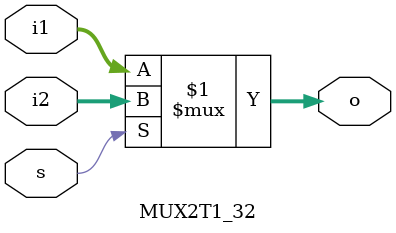
<source format=v>
`timescale 1ns / 1ps


module MUX2T1_32(
    input [31:0] i1,
    input [31:0] i2,
    input s,
    output[31:0] o 
    );
    
    assign o = s ? i2 : i1;
endmodule

</source>
